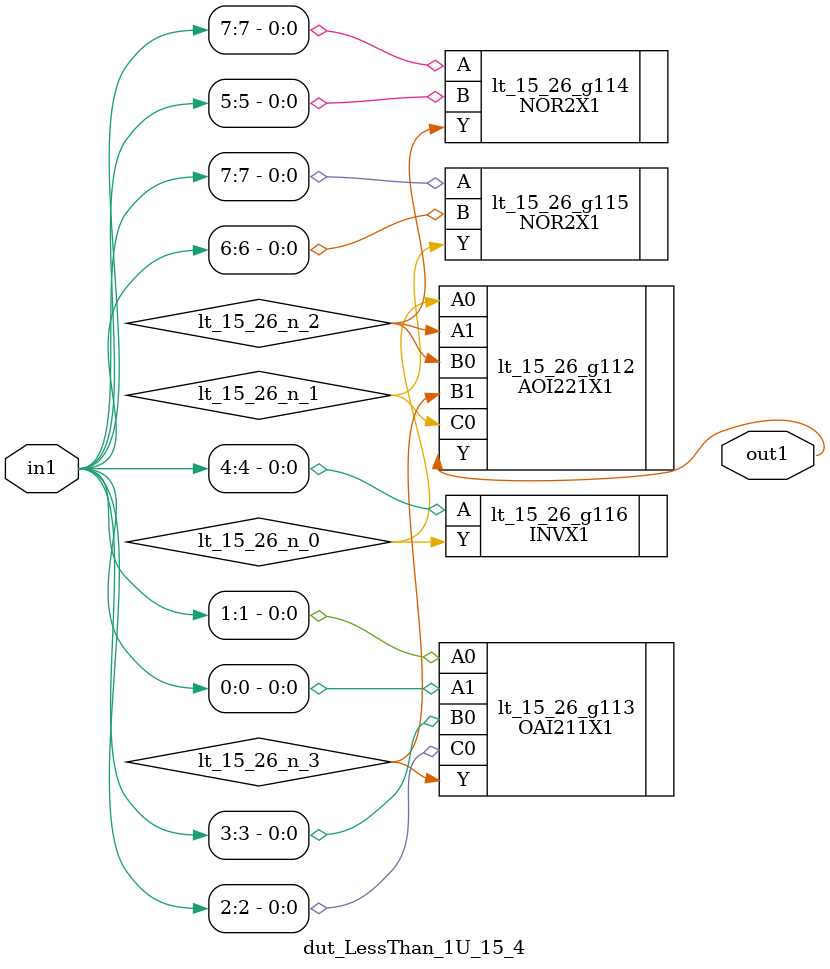
<source format=v>
`timescale 1ps / 1ps


module dut_LessThan_1U_15_4(in1, out1);
  input [7:0] in1;
  output out1;
  wire [7:0] in1;
  wire out1;
  wire lt_15_26_n_0, lt_15_26_n_1, lt_15_26_n_2, lt_15_26_n_3;
  AOI221X1 lt_15_26_g112(.A0 (lt_15_26_n_0), .A1 (lt_15_26_n_2), .B0
       (lt_15_26_n_2), .B1 (lt_15_26_n_3), .C0 (lt_15_26_n_1), .Y
       (out1));
  OAI211X1 lt_15_26_g113(.A0 (in1[1]), .A1 (in1[0]), .B0 (in1[3]), .C0
       (in1[2]), .Y (lt_15_26_n_3));
  NOR2X1 lt_15_26_g114(.A (in1[7]), .B (in1[5]), .Y (lt_15_26_n_2));
  NOR2X1 lt_15_26_g115(.A (in1[7]), .B (in1[6]), .Y (lt_15_26_n_1));
  INVX1 lt_15_26_g116(.A (in1[4]), .Y (lt_15_26_n_0));
endmodule



</source>
